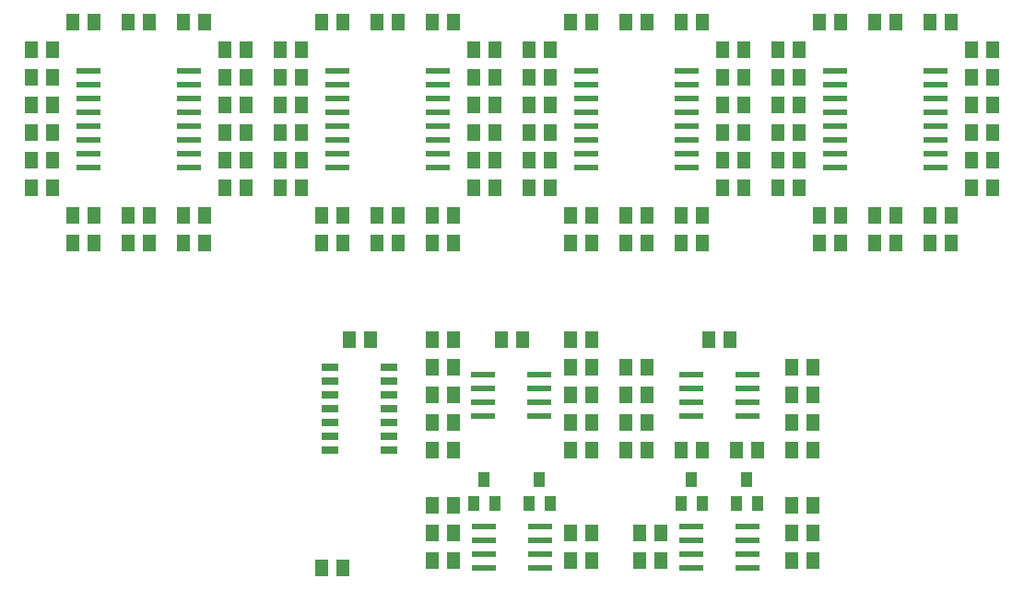
<source format=gbr>
G04 EAGLE Gerber RS-274X export*
G75*
%MOMM*%
%FSLAX34Y34*%
%LPD*%
%INSolderpaste Top*%
%IPPOS*%
%AMOC8*
5,1,8,0,0,1.08239X$1,22.5*%
G01*
%ADD10R,1.300000X1.500000*%
%ADD11R,2.200000X0.600000*%
%ADD12R,1.000000X1.400000*%
%ADD13R,1.528000X0.650000*%


D10*
X352400Y317500D03*
X333400Y317500D03*
X123800Y317500D03*
X104800Y317500D03*
X784200Y76200D03*
X765200Y76200D03*
X581000Y50800D03*
X562000Y50800D03*
X631800Y177800D03*
X612800Y177800D03*
X663600Y127000D03*
X682600Y127000D03*
X784200Y177800D03*
X765200Y177800D03*
X765200Y152400D03*
X784200Y152400D03*
X771500Y368300D03*
X752500Y368300D03*
X771500Y393700D03*
X752500Y393700D03*
X771500Y469900D03*
X752500Y469900D03*
X542900Y368300D03*
X523900Y368300D03*
X542900Y393700D03*
X523900Y393700D03*
X542900Y469900D03*
X523900Y469900D03*
X314300Y368300D03*
X295300Y368300D03*
X314300Y393700D03*
X295300Y393700D03*
X314300Y469900D03*
X295300Y469900D03*
X85700Y368300D03*
X66700Y368300D03*
X85700Y393700D03*
X66700Y393700D03*
X85700Y469900D03*
X66700Y469900D03*
X771500Y495300D03*
X752500Y495300D03*
X720700Y368300D03*
X701700Y368300D03*
X720700Y393700D03*
X701700Y393700D03*
X492100Y368300D03*
X473100Y368300D03*
X492100Y393700D03*
X473100Y393700D03*
X263500Y368300D03*
X244500Y368300D03*
X263500Y393700D03*
X244500Y393700D03*
X949300Y368300D03*
X930300Y368300D03*
X949300Y393700D03*
X930300Y393700D03*
X949300Y469900D03*
X930300Y469900D03*
X949300Y444500D03*
X930300Y444500D03*
X720700Y469900D03*
X701700Y469900D03*
X720700Y444500D03*
X701700Y444500D03*
X492100Y469900D03*
X473100Y469900D03*
X492100Y444500D03*
X473100Y444500D03*
X263500Y469900D03*
X244500Y469900D03*
X263500Y444500D03*
X244500Y444500D03*
X809600Y520700D03*
X790600Y520700D03*
X581000Y520700D03*
X562000Y520700D03*
X352400Y520700D03*
X333400Y520700D03*
X123800Y520700D03*
X104800Y520700D03*
X581000Y127000D03*
X562000Y127000D03*
X930300Y419100D03*
X949300Y419100D03*
X892200Y342900D03*
X911200Y342900D03*
X581000Y342900D03*
X562000Y342900D03*
X435000Y342900D03*
X454000Y342900D03*
X206400Y342900D03*
X225400Y342900D03*
X498500Y228600D03*
X517500Y228600D03*
X562000Y228600D03*
X581000Y228600D03*
X435000Y228600D03*
X454000Y228600D03*
X454000Y203200D03*
X435000Y203200D03*
X809600Y342900D03*
X790600Y342900D03*
X663600Y342900D03*
X682600Y342900D03*
X454000Y127000D03*
X435000Y127000D03*
X352400Y342900D03*
X333400Y342900D03*
X123800Y342900D03*
X104800Y342900D03*
X542900Y495300D03*
X523900Y495300D03*
X314300Y495300D03*
X295300Y495300D03*
X85700Y495300D03*
X66700Y495300D03*
X841400Y317500D03*
X860400Y317500D03*
X358800Y228600D03*
X377800Y228600D03*
X612800Y317500D03*
X631800Y317500D03*
D11*
X672500Y184150D03*
X724500Y184150D03*
X672500Y196850D03*
X672500Y171450D03*
X672500Y158750D03*
X724500Y196850D03*
X724500Y171450D03*
X724500Y158750D03*
X672500Y44450D03*
X724500Y44450D03*
X672500Y57150D03*
X672500Y31750D03*
X672500Y19050D03*
X724500Y57150D03*
X724500Y31750D03*
X724500Y19050D03*
X482000Y44450D03*
X534000Y44450D03*
X482000Y57150D03*
X482000Y31750D03*
X482000Y19050D03*
X534000Y57150D03*
X534000Y31750D03*
X534000Y19050D03*
X804900Y463550D03*
X896900Y438150D03*
X804900Y476250D03*
X804900Y450850D03*
X804900Y438150D03*
X896900Y450850D03*
X896900Y425450D03*
X896900Y412750D03*
X804900Y412750D03*
X896900Y387350D03*
X804900Y425450D03*
X804900Y400050D03*
X896900Y400050D03*
X804900Y387350D03*
X896900Y463550D03*
X896900Y476250D03*
X576300Y463550D03*
X668300Y438150D03*
X576300Y476250D03*
X576300Y450850D03*
X576300Y438150D03*
X668300Y450850D03*
X668300Y425450D03*
X668300Y412750D03*
X576300Y412750D03*
X668300Y387350D03*
X576300Y425450D03*
X576300Y400050D03*
X668300Y400050D03*
X576300Y387350D03*
X668300Y463550D03*
X668300Y476250D03*
X347700Y463550D03*
X439700Y438150D03*
X347700Y476250D03*
X347700Y450850D03*
X347700Y438150D03*
X439700Y450850D03*
X439700Y425450D03*
X439700Y412750D03*
X347700Y412750D03*
X439700Y387350D03*
X347700Y425450D03*
X347700Y400050D03*
X439700Y400050D03*
X347700Y387350D03*
X439700Y463550D03*
X439700Y476250D03*
X119100Y463550D03*
X211100Y438150D03*
X119100Y476250D03*
X119100Y450850D03*
X119100Y438150D03*
X211100Y450850D03*
X211100Y425450D03*
X211100Y412750D03*
X119100Y412750D03*
X211100Y387350D03*
X119100Y425450D03*
X119100Y400050D03*
X211100Y400050D03*
X119100Y387350D03*
X211100Y463550D03*
X211100Y476250D03*
D12*
X673100Y99900D03*
X682600Y77900D03*
X663600Y77900D03*
X723900Y99900D03*
X733400Y77900D03*
X714400Y77900D03*
X482600Y99900D03*
X492100Y77900D03*
X473100Y77900D03*
X533400Y99900D03*
X542900Y77900D03*
X523900Y77900D03*
D10*
X435000Y177800D03*
X454000Y177800D03*
X454000Y152400D03*
X435000Y152400D03*
X625500Y50800D03*
X644500Y50800D03*
X562000Y317500D03*
X581000Y317500D03*
X625500Y25400D03*
X644500Y25400D03*
X765200Y25400D03*
X784200Y25400D03*
X809600Y317500D03*
X790600Y317500D03*
X765200Y50800D03*
X784200Y50800D03*
X435000Y25400D03*
X454000Y25400D03*
X403200Y317500D03*
X384200Y317500D03*
X435000Y50800D03*
X454000Y50800D03*
X454000Y76200D03*
X435000Y76200D03*
X155600Y317500D03*
X174600Y317500D03*
X562000Y25400D03*
X581000Y25400D03*
X612800Y152400D03*
X631800Y152400D03*
X612800Y203200D03*
X631800Y203200D03*
X612800Y127000D03*
X631800Y127000D03*
X765200Y203200D03*
X784200Y203200D03*
X689000Y228600D03*
X708000Y228600D03*
X784200Y127000D03*
X765200Y127000D03*
X733400Y127000D03*
X714400Y127000D03*
X930300Y495300D03*
X949300Y495300D03*
X892200Y520700D03*
X911200Y520700D03*
X860400Y520700D03*
X841400Y520700D03*
X771500Y444500D03*
X752500Y444500D03*
X771500Y419100D03*
X752500Y419100D03*
X701700Y495300D03*
X720700Y495300D03*
X663600Y520700D03*
X682600Y520700D03*
X631800Y520700D03*
X612800Y520700D03*
X542900Y444500D03*
X523900Y444500D03*
X542900Y419100D03*
X523900Y419100D03*
X473100Y495300D03*
X492100Y495300D03*
X435000Y520700D03*
X454000Y520700D03*
X403200Y520700D03*
X384200Y520700D03*
X314300Y444500D03*
X295300Y444500D03*
X314300Y419100D03*
X295300Y419100D03*
X244500Y495300D03*
X263500Y495300D03*
X206400Y520700D03*
X225400Y520700D03*
X174600Y520700D03*
X155600Y520700D03*
X85700Y444500D03*
X66700Y444500D03*
X85700Y419100D03*
X66700Y419100D03*
X562000Y203200D03*
X581000Y203200D03*
X841400Y342900D03*
X860400Y342900D03*
X612800Y342900D03*
X631800Y342900D03*
X384200Y342900D03*
X403200Y342900D03*
X155600Y342900D03*
X174600Y342900D03*
X562000Y177800D03*
X581000Y177800D03*
D13*
X341190Y203200D03*
X341190Y190500D03*
X341190Y177800D03*
X341190Y165100D03*
X341190Y152400D03*
X341190Y139700D03*
X341190Y127000D03*
X395410Y127000D03*
X395410Y139700D03*
X395410Y152400D03*
X395410Y165100D03*
X395410Y177800D03*
X395410Y190500D03*
X395410Y203200D03*
D10*
X352400Y19050D03*
X333400Y19050D03*
D11*
X481400Y184150D03*
X533400Y184150D03*
X481400Y196850D03*
X481400Y171450D03*
X481400Y158750D03*
X533400Y196850D03*
X533400Y171450D03*
X533400Y158750D03*
D10*
X701700Y419100D03*
X720700Y419100D03*
X473100Y419100D03*
X492100Y419100D03*
X244500Y419100D03*
X263500Y419100D03*
X911200Y317500D03*
X892200Y317500D03*
X663600Y317500D03*
X682600Y317500D03*
X435000Y317500D03*
X454000Y317500D03*
X206400Y317500D03*
X225400Y317500D03*
X581000Y152400D03*
X562000Y152400D03*
M02*

</source>
